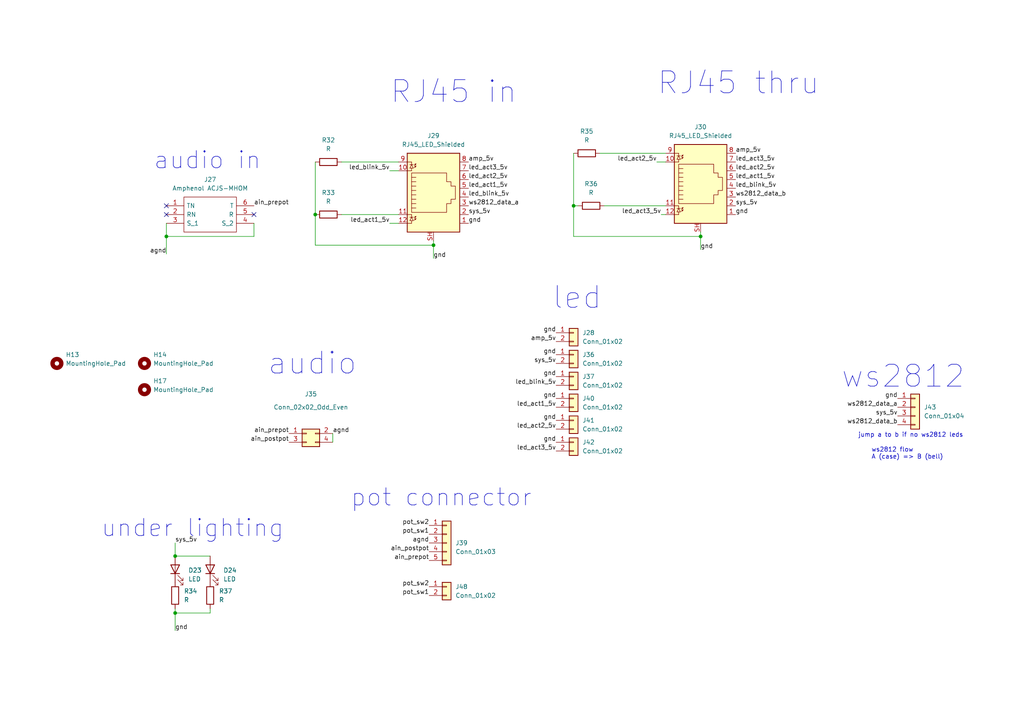
<source format=kicad_sch>
(kicad_sch (version 20211123) (generator eeschema)
  (paper "A4")
  (lib_symbols
    (symbol "Connector:RJ45_LED_Shielded" (pin_names (offset 1.016))
      (property "Reference" "J" (at -5.08 13.97 0))
      (property "Value" "RJ45_LED_Shielded" (at 1.27 13.97 0))
      (symbol "RJ45_LED_Shielded_0_1"
        (polyline (pts (xy -7.62 -7.62) (xy -6.35 -7.62)))
        (polyline (pts (xy -7.62 -5.08) (xy -6.35 -5.08)))
        (polyline (pts (xy -7.62 7.62) (xy -6.35 7.62)))
        (polyline (pts (xy -7.62 10.16) (xy -6.35 10.16)))
        (polyline (pts (xy -6.858 -5.842) (xy -5.842 -5.842)))
        (polyline (pts (xy -6.858 9.398) (xy -5.842 9.398)))
        (polyline (pts (xy -6.35 -7.62) (xy -6.35 -6.858)))
        (polyline (pts (xy -6.35 -5.08) (xy -6.35 -5.842)))
        (polyline (pts (xy -6.35 7.62) (xy -6.35 8.382)))
        (polyline (pts (xy -6.35 10.16) (xy -6.35 9.398)))
        (polyline (pts (xy -5.08 -6.223) (xy -5.207 -6.604)))
        (polyline (pts (xy -5.08 -5.588) (xy -5.207 -5.969)))
        (polyline (pts (xy -5.08 4.445) (xy -6.35 4.445)))
        (polyline (pts (xy -5.08 5.715) (xy -6.35 5.715)))
        (polyline (pts (xy -5.08 9.017) (xy -5.207 8.636)))
        (polyline (pts (xy -5.08 9.652) (xy -5.207 9.271)))
        (polyline (pts (xy -6.35 -3.175) (xy -5.08 -3.175) (xy -5.08 -3.175)))
        (polyline (pts (xy -6.35 -1.905) (xy -5.08 -1.905) (xy -5.08 -1.905)))
        (polyline (pts (xy -6.35 -0.635) (xy -5.08 -0.635) (xy -5.08 -0.635)))
        (polyline (pts (xy -6.35 0.635) (xy -5.08 0.635) (xy -5.08 0.635)))
        (polyline (pts (xy -6.35 1.905) (xy -5.08 1.905) (xy -5.08 1.905)))
        (polyline (pts (xy -5.588 -6.731) (xy -5.08 -6.223) (xy -5.461 -6.35)))
        (polyline (pts (xy -5.588 -6.096) (xy -5.08 -5.588) (xy -5.461 -5.715)))
        (polyline (pts (xy -5.588 8.509) (xy -5.08 9.017) (xy -5.461 8.89)))
        (polyline (pts (xy -5.588 9.144) (xy -5.08 9.652) (xy -5.461 9.525)))
        (polyline (pts (xy -5.08 3.175) (xy -6.35 3.175) (xy -6.35 3.175)))
        (polyline (pts (xy -6.35 -5.842) (xy -6.858 -6.858) (xy -5.842 -6.858) (xy -6.35 -5.842)))
        (polyline (pts (xy -6.35 9.398) (xy -6.858 8.382) (xy -5.842 8.382) (xy -6.35 9.398)))
        (polyline (pts (xy -6.35 -4.445) (xy -6.35 6.985) (xy 3.81 6.985) (xy 3.81 4.445) (xy 5.08 4.445) (xy 5.08 3.175) (xy 6.35 3.175) (xy 6.35 -0.635) (xy 5.08 -0.635) (xy 5.08 -1.905) (xy 3.81 -1.905) (xy 3.81 -4.445) (xy -6.35 -4.445) (xy -6.35 -4.445)))
        (rectangle (start 7.62 12.7) (end -7.62 -10.16) (stroke (width 0.254)) (fill (type background)))
      )
      (symbol "RJ45_LED_Shielded_1_1"
        (pin passive line (at 10.16 -7.62 180) (length 2.54) (name "~") (number "1"))
        (pin passive line (at -10.16 7.62 0) (length 2.54) (name "~") (number "10"))
        (pin passive line (at -10.16 -5.08 0) (length 2.54) (name "~") (number "11"))
        (pin passive line (at -10.16 -7.62 0) (length 2.54) (name "~") (number "12"))
        (pin passive line (at 10.16 -5.08 180) (length 2.54) (name "~") (number "2"))
        (pin passive line (at 10.16 -2.54 180) (length 2.54) (name "~") (number "3"))
        (pin passive line (at 10.16 0 180) (length 2.54) (name "~") (number "4"))
        (pin passive line (at 10.16 2.54 180) (length 2.54) (name "~") (number "5"))
        (pin passive line (at 10.16 5.08 180) (length 2.54) (name "~") (number "6"))
        (pin passive line (at 10.16 7.62 180) (length 2.54) (name "~") (number "7"))
        (pin passive line (at 10.16 10.16 180) (length 2.54) (name "~") (number "8"))
        (pin passive line (at -10.16 10.16 0) (length 2.54) (name "~") (number "9"))
        (pin passive line (at 0 -12.7 90) (length 2.54) (name "~") (number "SH"))
      )
    )
    (symbol "Connector_Generic:Conn_01x02" (pin_names (offset 1.016) hide)
      (property "Reference" "J" (at 0 2.54 0))
      (property "Value" "Conn_01x02" (at 0 -5.08 0))
      (symbol "Conn_01x02_1_1"
        (rectangle (start -1.27 -2.413) (end 0 -2.667) (stroke (width 0.1524)))
        (rectangle (start -1.27 0.127) (end 0 -0.127) (stroke (width 0.1524)))
        (rectangle (start -1.27 1.27) (end 1.27 -3.81) (stroke (width 0.254)) (fill (type background)))
        (pin passive line (at -5.08 0 0) (length 3.81) (name "Pin_1") (number "1"))
        (pin passive line (at -5.08 -2.54 0) (length 3.81) (name "Pin_2") (number "2"))
      )
    )
    (symbol "Connector_Generic:Conn_01x04" (pin_names (offset 1.016) hide)
      (property "Reference" "J" (at 0 5.08 0))
      (property "Value" "Conn_01x04" (at 0 -7.62 0))
      (symbol "Conn_01x04_1_1"
        (rectangle (start -1.27 -4.953) (end 0 -5.207) (stroke (width 0.1524)))
        (rectangle (start -1.27 -2.413) (end 0 -2.667) (stroke (width 0.1524)))
        (rectangle (start -1.27 0.127) (end 0 -0.127) (stroke (width 0.1524)))
        (rectangle (start -1.27 2.667) (end 0 2.413) (stroke (width 0.1524)))
        (rectangle (start -1.27 3.81) (end 1.27 -6.35) (stroke (width 0.254)) (fill (type background)))
        (pin passive line (at -5.08 2.54 0) (length 3.81) (name "Pin_1") (number "1"))
        (pin passive line (at -5.08 0 0) (length 3.81) (name "Pin_2") (number "2"))
        (pin passive line (at -5.08 -2.54 0) (length 3.81) (name "Pin_3") (number "3"))
        (pin passive line (at -5.08 -5.08 0) (length 3.81) (name "Pin_4") (number "4"))
      )
    )
    (symbol "Connector_Generic:Conn_01x05" (pin_names (offset 1.016) hide)
      (property "Reference" "J" (at 0 7.62 0))
      (property "Value" "Conn_01x05" (at 0 -7.62 0))
      (symbol "Conn_01x05_1_1"
        (rectangle (start -1.27 -4.953) (end 0 -5.207) (stroke (width 0.1524)))
        (rectangle (start -1.27 -2.413) (end 0 -2.667) (stroke (width 0.1524)))
        (rectangle (start -1.27 0.127) (end 0 -0.127) (stroke (width 0.1524)))
        (rectangle (start -1.27 2.667) (end 0 2.413) (stroke (width 0.1524)))
        (rectangle (start -1.27 5.207) (end 0 4.953) (stroke (width 0.1524)))
        (rectangle (start -1.27 6.35) (end 1.27 -6.35) (stroke (width 0.254)) (fill (type background)))
        (pin passive line (at -5.08 5.08 0) (length 3.81) (name "Pin_1") (number "1"))
        (pin passive line (at -5.08 2.54 0) (length 3.81) (name "Pin_2") (number "2"))
        (pin passive line (at -5.08 0 0) (length 3.81) (name "Pin_3") (number "3"))
        (pin passive line (at -5.08 -2.54 0) (length 3.81) (name "Pin_4") (number "4"))
        (pin passive line (at -5.08 -5.08 0) (length 3.81) (name "Pin_5") (number "5"))
      )
    )
    (symbol "Connector_Generic:Conn_02x02_Odd_Even" (pin_names (offset 1.016) hide)
      (property "Reference" "J" (at 1.27 2.54 0))
      (property "Value" "Conn_02x02_Odd_Even" (at 1.27 -5.08 0))
      (symbol "Conn_02x02_Odd_Even_1_1"
        (rectangle (start -1.27 -2.413) (end 0 -2.667) (stroke (width 0.1524)))
        (rectangle (start -1.27 0.127) (end 0 -0.127) (stroke (width 0.1524)))
        (rectangle (start -1.27 1.27) (end 3.81 -3.81) (stroke (width 0.254)) (fill (type background)))
        (rectangle (start 3.81 -2.413) (end 2.54 -2.667) (stroke (width 0.1524)))
        (rectangle (start 3.81 0.127) (end 2.54 -0.127) (stroke (width 0.1524)))
        (pin passive line (at -5.08 0 0) (length 3.81) (name "Pin_1") (number "1"))
        (pin passive line (at 7.62 0 180) (length 3.81) (name "Pin_2") (number "2"))
        (pin passive line (at -5.08 -2.54 0) (length 3.81) (name "Pin_3") (number "3"))
        (pin passive line (at 7.62 -2.54 180) (length 3.81) (name "Pin_4") (number "4"))
      )
    )
    (symbol "Device:LED" (pin_numbers hide) (pin_names (offset 1.016) hide)
      (property "Reference" "D" (at 0 2.54 0))
      (property "Value" "LED" (at 0 -2.54 0))
      (symbol "LED_0_1"
        (polyline (pts (xy -1.27 -1.27) (xy -1.27 1.27)) (stroke (width 0.254)))
        (polyline (pts (xy -1.27 0) (xy 1.27 0)))
        (polyline (pts (xy 1.27 -1.27) (xy 1.27 1.27) (xy -1.27 0) (xy 1.27 -1.27)) (stroke (width 0.254)))
        (polyline (pts (xy -3.048 -0.762) (xy -4.572 -2.286) (xy -3.81 -2.286) (xy -4.572 -2.286) (xy -4.572 -1.524)))
        (polyline (pts (xy -1.778 -0.762) (xy -3.302 -2.286) (xy -2.54 -2.286) (xy -3.302 -2.286) (xy -3.302 -1.524)))
      )
      (symbol "LED_1_1"
        (pin passive line (at -3.81 0 0) (length 2.54) (name "K") (number "1"))
        (pin passive line (at 3.81 0 180) (length 2.54) (name "A") (number "2"))
      )
    )
    (symbol "Device:NetTie_2" (pin_numbers hide) (pin_names (offset 0) hide)
      (property "Reference" "NT" (at 0 1.27 0))
      (property "Value" "NetTie_2" (at 0 -1.27 0))
      (symbol "NetTie_2_0_1"
        (polyline (pts (xy -1.27 0) (xy 1.27 0)) (stroke (width 0.254)))
      )
      (symbol "NetTie_2_1_1"
        (pin passive line (at -2.54 0 0) (length 2.54) (name "1") (number "1"))
        (pin passive line (at 2.54 0 180) (length 2.54) (name "2") (number "2"))
      )
    )
    (symbol "Device:R" (pin_numbers hide) (pin_names (offset 0))
      (property "Reference" "R" (at 2.032 0 90))
      (property "Value" "R" (at 0 0 90))
      (symbol "R_0_1"
        (rectangle (start -1.016 -2.54) (end 1.016 2.54) (stroke (width 0.254)))
      )
      (symbol "R_1_1"
        (pin passive line (at 0 3.81 270) (length 1.27) (name "~") (number "1"))
        (pin passive line (at 0 -3.81 90) (length 1.27) (name "~") (number "2"))
      )
    )
    (symbol "Mechanical:MountingHole" (pin_names (offset 1.016))
      (property "Reference" "H" (at 0 5.08 0))
      (property "Value" "MountingHole" (at 0 3.175 0))
      (symbol "MountingHole_0_1"
        (circle (center 0 0) (radius 1.27) (stroke (width 1.27)))
      )
    )
    (symbol "Regulator_Linear:LM7809_TO220" (pin_names (offset 0.254))
      (property "Reference" "U" (at -3.81 3.175 0))
      (property "Value" "LM7809_TO220" (at 0 3.175 0))
      (symbol "LM7809_TO220_0_1"
        (rectangle (start -5.08 1.905) (end 5.08 -5.08) (stroke (width 0.254)) (fill (type background)))
      )
      (symbol "LM7809_TO220_1_1"
        (pin power_in line (at -7.62 0 0) (length 2.54) (name "VI") (number "1"))
        (pin power_in line (at 0 -7.62 90) (length 2.54) (name "GND") (number "2"))
        (pin power_out line (at 7.62 0 180) (length 2.54) (name "VO") (number "3"))
      )
    )
    (symbol "clarinoid2:Amphenol ACJS-MHOM" (pin_names (offset 0.762))
      (property "Reference" "J" (at 21.59 7.62 0))
      (property "Value" "Amphenol ACJS-MHOM" (at 21.59 5.08 0))
      (symbol "Amphenol ACJS-MHOM_0_0"
        (pin passive line (at 0 0 0) (length 5.08) (name "TN") (number "1"))
        (pin passive line (at 0 -2.54 0) (length 5.08) (name "RN") (number "2"))
        (pin passive line (at 0 -5.08 0) (length 5.08) (name "S_1") (number "3"))
        (pin passive line (at 25.4 -5.08 180) (length 5.08) (name "S_2") (number "4"))
        (pin passive line (at 25.4 -2.54 180) (length 5.08) (name "R") (number "5"))
        (pin passive line (at 25.4 0 180) (length 5.08) (name "T") (number "6"))
      )
      (symbol "Amphenol ACJS-MHOM_0_1"
        (polyline (pts (xy 5.08 2.54) (xy 20.32 2.54) (xy 20.32 -7.62) (xy 5.08 -7.62) (xy 5.08 2.54)) (stroke (width 0.1524)))
      )
    )
    (symbol "clarinoid2:Barrel_Jack_MountingPin" (pin_names hide)
      (property "Reference" "J" (at 0 5.334 0))
      (property "Value" "Barrel_Jack_MountingPin" (at 1.27 -6.35 0))
      (symbol "Barrel_Jack_MountingPin_0_1"
        (rectangle (start -5.08 3.81) (end 5.08 -3.81) (stroke (width 0.254)) (fill (type background)))
        (arc (start -3.302 3.175) (mid -3.937 2.54) (end -3.302 1.905) (stroke (width 0.254)))
        (arc (start -3.302 3.175) (mid -3.937 2.54) (end -3.302 1.905) (stroke (width 0.254)) (fill (type outline)))
        (polyline (pts (xy 5.08 2.54) (xy 3.81 2.54)) (stroke (width 0.254)))
        (polyline (pts (xy -3.81 -2.54) (xy -2.54 -2.54) (xy -1.27 -1.27) (xy 0 -2.54) (xy 2.54 -2.54) (xy 5.08 -2.54)) (stroke (width 0.254)))
        (rectangle (start 3.683 3.175) (end -3.302 1.905) (stroke (width 0.254)) (fill (type outline)))
      )
      (symbol "Barrel_Jack_MountingPin_1_1"
        (polyline (pts (xy -1.016 -4.572) (xy 1.016 -4.572)) (stroke (width 0.1524)))
        (text "Mounting" (at 0 -4.191 0) (effects (font (size 0.381 0.381))))
        (pin passive line (at 7.62 2.54 180) (length 2.54) (name "~") (number "1"))
        (pin passive line (at 7.62 -2.54 180) (length 2.54) (name "~") (number "2"))
        (pin passive line (at 0 -7.62 90) (length 3.048) (name "MountPin") (number "3"))
      )
    )
    (symbol "power:PWR_FLAG" (power) (pin_numbers hide) (pin_names (offset 0) hide)
      (property "Value" "PWR_FLAG" (at 0 3.81 0))
      (symbol "PWR_FLAG_0_0"
        (pin power_out line (at 0 0 90) (length 0) (name "pwr") (number "1"))
      )
      (symbol "PWR_FLAG_0_1"
        (polyline (pts (xy 0 0) (xy 0 1.27) (xy -1.016 1.905) (xy 0 2.54) (xy 1.016 1.905) (xy 0 1.27)))
      )
    )
  )
  (junction (at 91.44 62.23))
  (junction (at 125.73 71.12))
  (junction (at 203.2 68.58))
  (junction (at 50.8 177.8))
  (junction (at 166.37 59.69))
  (junction (at 50.8 161.29))
  (junction (at 48.26 68.58))
  (no_connect (at 73.66 62.23))
  (no_connect (at 48.26 59.69))
  (no_connect (at 48.26 62.23))
  (no_connect (at 335.28 119.38))
  (wire (pts (xy 73.66 68.58) (xy 48.26 68.58)))
  (wire (pts (xy 203.2 72.39) (xy 203.2 68.58)))
  (wire (pts (xy 99.06 46.99) (xy 115.57 46.99)))
  (wire (pts (xy 48.26 73.66) (xy 48.26 68.58)))
  (wire (pts (xy 113.03 49.53) (xy 115.57 49.53)))
  (wire (pts (xy 50.8 182.88) (xy 50.8 177.8)))
  (wire (pts (xy 191.77 62.23) (xy 193.04 62.23)))
  (wire (pts (xy 173.99 44.45) (xy 193.04 44.45)))
  (wire (pts (xy 91.44 46.99) (xy 91.44 62.23)))
  (wire (pts (xy 166.37 59.69) (xy 167.64 59.69)))
  (wire (pts (xy 91.44 62.23) (xy 91.44 71.12)))
  (wire (pts (xy 203.2 68.58) (xy 203.2 67.31)))
  (wire (pts (xy 166.37 59.69) (xy 166.37 68.58)))
  (wire (pts (xy 166.37 68.58) (xy 203.2 68.58)))
  (wire (pts (xy 60.96 176.53) (xy 60.96 177.8)))
  (wire (pts (xy 50.8 177.8) (xy 50.8 176.53)))
  (wire (pts (xy 166.37 44.45) (xy 166.37 59.69)))
  (wire (pts (xy 96.52 125.73) (xy 96.52 128.27)))
  (wire (pts (xy 99.06 62.23) (xy 115.57 62.23)))
  (wire (pts (xy 125.73 71.12) (xy 125.73 69.85)))
  (wire (pts (xy 60.96 177.8) (xy 50.8 177.8)))
  (wire (pts (xy 50.8 157.48) (xy 50.8 161.29)))
  (wire (pts (xy 125.73 74.93) (xy 125.73 71.12)))
  (wire (pts (xy 335.28 114.3) (xy 335.28 111.76)))
  (wire (pts (xy 48.26 68.58) (xy 48.26 64.77)))
  (wire (pts (xy 190.5 46.99) (xy 193.04 46.99)))
  (wire (pts (xy 50.8 161.29) (xy 60.96 161.29)))
  (wire (pts (xy 113.03 64.77) (xy 115.57 64.77)))
  (wire (pts (xy 91.44 71.12) (xy 125.73 71.12)))
  (wire (pts (xy 73.66 64.77) (xy 73.66 68.58)))
  (wire (pts (xy 175.26 59.69) (xy 193.04 59.69)))
  (text "ws2812 flow\nA (case) => B (bell)" (at 252.73 133.35 0) (effects (font (size 1.27 1.27)) (justify left bottom)))
  (text "RJ45 in" (at 113.03 30.48 0) (effects (font (size 6.35 6.35)) (justify left bottom)))
  (text "under lighting" (at 29.21 156.21 0) (effects (font (size 5 5)) (justify left bottom)))
  (text "RJ45 thru" (at 190.5 27.94 0) (effects (font (size 6.35 6.35)) (justify left bottom)))
  (text "led" (at 160.02 90.17 0) (effects (font (size 6.35 6.35)) (justify left bottom)))
  (text "audio in" (at 44.45 49.53 0) (effects (font (size 5 5)) (justify left bottom)))
  (text "for relay;\ncontrol via amp_5v\nand relay output = amp_24v, does'nt appear on pcb." (at 354.33 74.93 0) (effects (font (size 1.27 1.27)) (justify left bottom)))
  (text "ws2812" (at 243.84 113.03 0) (effects (font (size 6.35 6.35)) (justify left bottom)))
  (text "pot connector" (at 101.6 147.32 0) (effects (font (size 5 5)) (justify left bottom)))
  (text "jump a to b if no ws2812 leds" (at 279.4 127 180) (effects (font (size 1.27 1.27)) (justify right bottom)))
  (text "power" (at 334.01 62.23 0) (effects (font (size 6.35 6.35)) (justify left bottom)))
  (text "audio" (at 77.47 109.22 0) (effects (font (size 6.35 6.35)) (justify left bottom)))
  (label "led_act3_5v" (at 161.29 130.81 180))
  (label "gnd" (at 161.29 128.27 180))
  (label "pot_sw1" (at 124.46 154.94 180))
  (label "led_act2_5v" (at 135.89 52.07 0))
  (label "pot_sw1" (at 124.46 172.72 180))
  (label "sys_5v" (at 260.35 120.65 180))
  (label "led_act2_5v" (at 213.36 49.53 0))
  (label "led_blink_5v" (at 213.36 54.61 0))
  (label "amp_9v" (at 327.66 124.46 180))
  (label "gnd" (at 323.85 64.77 180))
  (label "ain_prepot" (at 83.82 125.73 180))
  (label "gnd" (at 50.8 182.88 0))
  (label "pot_sw1" (at 365.76 95.25 180))
  (label "sys_5v" (at 50.8 157.48 0))
  (label "amp_9v" (at 323.85 87.63 180))
  (label "gnd" (at 161.29 121.92 180))
  (label "gnd" (at 323.85 71.12 180))
  (label "powerbank_5v" (at 323.85 67.31 180))
  (label "led_act1_5v" (at 135.89 54.61 0))
  (label "amp_5v" (at 213.36 44.45 0))
  (label "powerbank_5v" (at 370.84 88.9 0))
  (label "gnd" (at 327.66 129.54 180))
  (label "sys_5v" (at 135.89 62.23 0))
  (label "led_blink_5v" (at 161.29 111.76 180))
  (label "gnd" (at 161.29 96.52 180))
  (label "ws2812_data_b" (at 213.36 57.15 0))
  (label "gnd" (at 161.29 109.22 180))
  (label "led_act1_5v" (at 113.03 64.77 180))
  (label "gnd" (at 203.2 72.39 0))
  (label "gnd" (at 213.36 62.23 0))
  (label "amp_5v" (at 135.89 46.99 0))
  (label "powerbank_12v+" (at 323.85 73.66 180))
  (label "led_act3_5v" (at 135.89 49.53 0))
  (label "ws2812_data_b" (at 260.35 123.19 180))
  (label "led_act2_5v" (at 190.5 46.99 180))
  (label "pot_sw2" (at 124.46 152.4 180))
  (label "gnd" (at 125.73 74.93 0))
  (label "sys_5v" (at 213.36 59.69 0))
  (label "gnd" (at 161.29 102.87 180))
  (label "led_blink_5v" (at 135.89 57.15 0))
  (label "pot_sw2" (at 365.76 88.9 180))
  (label "ws2812_data_a" (at 135.89 59.69 0))
  (label "amp_5v" (at 370.84 95.25 0))
  (label "gnd" (at 323.85 78.74 180))
  (label "led_act1_5v" (at 161.29 118.11 180))
  (label "ws2812_data_a" (at 260.35 118.11 180))
  (label "gnd" (at 334.01 148.59 180))
  (label "led_act3_5v" (at 191.77 62.23 180))
  (label "amp_9v" (at 342.9 104.14 0))
  (label "amp_5v" (at 161.29 99.06 180))
  (label "gnd" (at 323.85 85.09 180))
  (label "ain_postpot" (at 83.82 128.27 180))
  (label "gnd" (at 260.35 115.57 180))
  (label "gnd" (at 335.28 114.3 0))
  (label "agnd" (at 124.46 157.48 180))
  (label "ain_postpot" (at 124.46 160.02 180))
  (label "agnd" (at 96.52 125.73 0))
  (label "powerbank_12v+" (at 327.66 104.14 180))
  (label "led_act2_5v" (at 161.29 124.46 180))
  (label "led_blink_5v" (at 113.03 49.53 180))
  (label "gnd" (at 135.89 64.77 0))
  (label "amp_5v" (at 323.85 81.28 180))
  (label "sys_5v" (at 161.29 105.41 180))
  (label "led_act3_5v" (at 213.36 46.99 0))
  (label "gnd" (at 161.29 115.57 180))
  (label "pot_sw2" (at 124.46 170.18 180))
  (label "agnd" (at 48.26 73.66 180))
  (label "led_act1_5v" (at 213.36 52.07 0))
  (label "powerbank_12v+" (at 334.01 146.05 180))
  (label "ain_prepot" (at 124.46 162.56 180))
  (label "ain_prepot" (at 73.66 59.69 0))
  (symbol (lib_id "Device:R") (at 171.45 59.69 90) (unit 1) (in_bom no)
    (property "Reference" "R36" (at 171.45 53.34 90))
    (property "Value" "R" (at 171.45 55.88 90))
    (property "Footprint" "Resistor_THT:R_Axial_DIN0207_L6.3mm_D2.5mm_P10.16mm_Horizontal" (effects hide))
  )
  (symbol (lib_id "Device:LED") (at 50.8 165.1 90) (unit 1) (in_bom no)
    (property "Reference" "D23" (at 54.61 165.4174 90) (effects (justify right)))
    (property "Value" "LED" (at 54.61 167.9574 90) (effects (justify right)))
    (property "Footprint" "clarinoid2:LED_D5.0mm_withbottomtext" (effects hide))
  )
  (symbol (lib_id "clarinoid2:Barrel_Jack_MountingPin") (at 335.28 127 180) (unit 1)
    (property "Reference" "J38" (at 341.63 125.3743 0) (effects (justify right)))
    (property "Value" "Barrel_Jack_MountingPin" (at 341.63 127.9143 0) (effects (justify right)))
    (property "Footprint" "Connector_BarrelJack:BarrelJack_GCT_DCJ200-10-A_Horizontal" (effects hide))
  )
  (symbol (lib_id "Connector_Generic:Conn_01x04") (at 265.43 118.11 0) (unit 1)
    (property "Reference" "J43" (at 267.97 118.1099 0) (effects (justify left)))
    (property "Value" "Conn_01x04" (at 267.97 120.6499 0) (effects (justify left)))
    (property "Footprint" "Connector_JST:JST_PH_B4B-PH-K_1x04_P2.00mm_Vertical" (effects hide))
  )
  (symbol (lib_id "Connector_Generic:Conn_01x05") (at 129.54 157.48 0) (unit 1)
    (property "Reference" "J39" (at 132.08 157.4799 0) (effects (justify left)))
    (property "Value" "Conn_01x03" (at 132.08 160.0199 0) (effects (justify left)))
    (property "Footprint" "Connector_JST:JST_PH_B5B-PH-K_1x05_P2.00mm_Vertical" (effects hide))
  )
  (symbol (lib_id "Connector:RJ45_LED_Shielded") (at 203.2 54.61 0) (unit 1)
    (property "Reference" "J30" (at 203.2 36.83 0))
    (property "Value" "RJ45_LED_Shielded" (at 203.2 39.37 0))
    (property "Footprint" "Connector_RJ:RJ45_Amphenol_RJHSE538X" (effects hide))
  )
  (symbol (lib_id "power:PWR_FLAG") (at 334.01 146.05 270) (unit 1)
    (property "Reference" "#FLG0111" (effects hide))
    (property "Value" "PWR_FLAG" (at 337.82 146.0499 90) (effects (justify left)))
  )
  (symbol (lib_id "clarinoid2:Amphenol ACJS-MHOM") (at 48.26 59.69 0) (unit 1) (in_bom no)
    (property "Reference" "J27" (at 60.96 52.07 0))
    (property "Value" "Amphenol ACJS-MHOM" (at 60.96 54.61 0))
    (property "Footprint" "SamacSys_Parts:ACJSMHOM" (effects hide))
    (property "Datasheet" "https://www.amphenol-sine.com/pdf/datasheet/ACJS-MHOM.pdf" (effects hide))
    (property "Description" "Phone Connectors 1/4\"HOR Snap-fit CHASSIS CONN" (effects hide))
    (property "Height" "12.7" (effects hide))
    (property "Mouser Part Number" "523-ACJS-MHOM" (effects hide))
    (property "Mouser Price/Stock" "https://www.mouser.co.uk/ProductDetail/Amphenol-Audio/ACJS-MHOM?qs=t8VhaDIDl4vZ9ROsgrVY0w%3D%3D" (effects hide))
    (property "Manufacturer_Name" "Amphenol" (effects hide))
    (property "Manufacturer_Part_Number" "ACJS-MHOM" (effects hide))
  )
  (symbol (lib_id "Connector_Generic:Conn_01x02") (at 166.37 121.92 0) (unit 1)
    (property "Reference" "J41" (at 168.91 121.9199 0) (effects (justify left)))
    (property "Value" "Conn_01x02" (at 168.91 124.4599 0) (effects (justify left)))
    (property "Footprint" "Connector_JST:JST_PH_B2B-PH-K_1x02_P2.00mm_Vertical" (effects hide))
  )
  (symbol (lib_id "Connector_Generic:Conn_01x02") (at 166.37 96.52 0) (unit 1)
    (property "Reference" "J28" (at 168.91 96.5199 0) (effects (justify left)))
    (property "Value" "Conn_01x02" (at 168.91 99.0599 0) (effects (justify left)))
    (property "Footprint" "Connector_JST:JST_PH_B2B-PH-K_1x02_P2.00mm_Vertical" (effects hide))
  )
  (symbol (lib_id "Device:R") (at 50.8 172.72 0) (unit 1) (in_bom no)
    (property "Reference" "R34" (at 53.34 171.4499 0) (effects (justify left)))
    (property "Value" "R" (at 53.34 173.9899 0) (effects (justify left)))
    (property "Footprint" "Resistor_THT:R_Axial_Power_L25.0mm_W9.0mm_P27.94mm" (effects hide))
  )
  (symbol (lib_id "Mechanical:MountingHole") (at 16.51 105.41 0) (unit 1)
    (property "Reference" "H13" (at 19.05 102.8699 0) (effects (justify left)))
    (property "Value" "MountingHole_Pad" (at 19.05 105.4099 0) (effects (justify left)))
    (property "Footprint" "MountingHole:MountingHole_3.2mm_M3" (effects hide))
  )
  (symbol (lib_id "Device:NetTie_2") (at 368.3 95.25 0) (unit 1)
    (property "Reference" "NT3" (at 368.3 90.17 0))
    (property "Value" "NetTie_2" (at 368.3 92.71 0))
    (property "Footprint" "clarinoid2:NetTie-2_SMD_Pad1.0mm" (effects hide))
  )
  (symbol (lib_id "Connector_Generic:Conn_01x02") (at 166.37 128.27 0) (unit 1)
    (property "Reference" "J42" (at 168.91 128.2699 0) (effects (justify left)))
    (property "Value" "Conn_01x02" (at 168.91 130.8099 0) (effects (justify left)))
    (property "Footprint" "Connector_JST:JST_PH_B2B-PH-K_1x02_P2.00mm_Vertical" (effects hide))
  )
  (symbol (lib_id "Connector_Generic:Conn_01x02") (at 328.93 71.12 0) (unit 1)
    (property "Reference" "J45" (at 331.47 71.1199 0) (effects (justify left)))
    (property "Value" "Conn_01x02" (at 331.47 73.6599 0) (effects (justify left)))
    (property "Footprint" "Connector_JST:JST_PH_B2B-PH-K_1x02_P2.00mm_Vertical" (effects hide))
  )
  (symbol (lib_id "Device:R") (at 170.18 44.45 90) (unit 1) (in_bom no)
    (property "Reference" "R35" (at 170.18 38.1 90))
    (property "Value" "R" (at 170.18 40.64 90))
    (property "Footprint" "Resistor_THT:R_Axial_DIN0207_L6.3mm_D2.5mm_P10.16mm_Horizontal" (effects hide))
  )
  (symbol (lib_id "Connector_Generic:Conn_02x02_Odd_Even") (at 88.9 125.73 0) (unit 1)
    (property "Reference" "J35" (at 90.17 114.3 0))
    (property "Value" "Conn_02x02_Odd_Even" (at 90.17 118.11 0))
    (property "Footprint" "Connector_PinHeader_2.54mm:PinHeader_2x02_P2.54mm_Vertical" (effects hide))
  )
  (symbol (lib_id "Device:R") (at 95.25 62.23 90) (unit 1) (in_bom no)
    (property "Reference" "R33" (at 95.25 55.88 90))
    (property "Value" "R" (at 95.25 58.42 90))
    (property "Footprint" "Resistor_THT:R_Axial_DIN0207_L6.3mm_D2.5mm_P10.16mm_Horizontal" (effects hide))
  )
  (symbol (lib_id "Connector_Generic:Conn_01x02") (at 328.93 78.74 0) (unit 1)
    (property "Reference" "J46" (at 331.47 78.7399 0) (effects (justify left)))
    (property "Value" "Conn_01x02" (at 331.47 81.2799 0) (effects (justify left)))
    (property "Footprint" "Connector_JST:JST_PH_B2B-PH-K_1x02_P2.00mm_Vertical" (effects hide))
  )
  (symbol (lib_id "Device:R") (at 95.25 46.99 90) (unit 1) (in_bom no)
    (property "Reference" "R32" (at 95.25 40.64 90))
    (property "Value" "R" (at 95.25 43.18 90))
    (property "Footprint" "Resistor_THT:R_Axial_DIN0207_L6.3mm_D2.5mm_P10.16mm_Horizontal" (effects hide))
  )
  (symbol (lib_id "Mechanical:MountingHole") (at 41.91 113.03 0) (unit 1)
    (property "Reference" "H17" (at 44.45 110.4899 0) (effects (justify left)))
    (property "Value" "MountingHole_Pad" (at 44.45 113.0299 0) (effects (justify left)))
    (property "Footprint" "MountingHole:MountingHole_3.2mm_M3" (effects hide))
  )
  (symbol (lib_id "Connector_Generic:Conn_01x02") (at 166.37 102.87 0) (unit 1)
    (property "Reference" "J36" (at 168.91 102.8699 0) (effects (justify left)))
    (property "Value" "Conn_01x02" (at 168.91 105.4099 0) (effects (justify left)))
    (property "Footprint" "Connector_JST:JST_PH_B2B-PH-K_1x02_P2.00mm_Vertical" (effects hide))
  )
  (symbol (lib_id "Mechanical:MountingHole") (at 41.91 105.41 0) (unit 1)
    (property "Reference" "H14" (at 44.45 102.8699 0) (effects (justify left)))
    (property "Value" "MountingHole_Pad" (at 44.45 105.4099 0) (effects (justify left)))
    (property "Footprint" "MountingHole:MountingHole_3.2mm_M3" (effects hide))
  )
  (symbol (lib_id "Connector_Generic:Conn_01x02") (at 166.37 115.57 0) (unit 1)
    (property "Reference" "J40" (at 168.91 115.5699 0) (effects (justify left)))
    (property "Value" "Conn_01x02" (at 168.91 118.1099 0) (effects (justify left)))
    (property "Footprint" "Connector_JST:JST_PH_B2B-PH-K_1x02_P2.00mm_Vertical" (effects hide))
  )
  (symbol (lib_id "power:PWR_FLAG") (at 334.01 148.59 270) (unit 1)
    (property "Reference" "#FLG0112" (effects hide))
    (property "Value" "PWR_FLAG" (at 337.82 148.5899 90) (effects (justify left)))
  )
  (symbol (lib_id "Connector:RJ45_LED_Shielded") (at 125.73 57.15 0) (unit 1)
    (property "Reference" "J29" (at 125.73 39.37 0))
    (property "Value" "RJ45_LED_Shielded" (at 125.73 41.91 0))
    (property "Footprint" "Connector_RJ:RJ45_Amphenol_RJHSE538X" (effects hide))
  )
  (symbol (lib_id "Connector_Generic:Conn_01x02") (at 129.54 170.18 0) (unit 1)
    (property "Reference" "J48" (at 132.08 170.1799 0) (effects (justify left)))
    (property "Value" "Conn_01x02" (at 132.08 172.7199 0) (effects (justify left)))
    (property "Footprint" "Connector_PinHeader_2.54mm:PinHeader_1x02_P2.54mm_Vertical" (effects hide))
  )
  (symbol (lib_id "Device:LED") (at 60.96 165.1 90) (unit 1) (in_bom no)
    (property "Reference" "D24" (at 64.77 165.4174 90) (effects (justify right)))
    (property "Value" "LED" (at 64.77 167.9574 90) (effects (justify right)))
    (property "Footprint" "clarinoid2:LED_D5.0mm_withbottomtext" (effects hide))
  )
  (symbol (lib_id "Connector_Generic:Conn_01x02") (at 328.93 64.77 0) (unit 1)
    (property "Reference" "J44" (at 331.47 64.7699 0) (effects (justify left)))
    (property "Value" "Conn_01x02" (at 331.47 67.3099 0) (effects (justify left)))
    (property "Footprint" "Connector_JST:JST_PH_B2B-PH-K_1x02_P2.00mm_Vertical" (effects hide))
  )
  (symbol (lib_id "Connector_Generic:Conn_01x02") (at 328.93 85.09 0) (unit 1)
    (property "Reference" "J47" (at 331.47 85.0899 0) (effects (justify left)))
    (property "Value" "Conn_01x02" (at 331.47 87.6299 0) (effects (justify left)))
    (property "Footprint" "Connector_JST:JST_PH_B2B-PH-K_1x02_P2.00mm_Vertical" (effects hide))
  )
  (symbol (lib_id "Device:R") (at 60.96 172.72 0) (unit 1) (in_bom no)
    (property "Reference" "R37" (at 63.5 171.4499 0) (effects (justify left)))
    (property "Value" "R" (at 63.5 173.9899 0) (effects (justify left)))
    (property "Footprint" "Resistor_THT:R_Axial_DIN0207_L6.3mm_D2.5mm_P10.16mm_Horizontal" (effects hide))
  )
  (symbol (lib_id "Connector_Generic:Conn_01x02") (at 166.37 109.22 0) (unit 1)
    (property "Reference" "J37" (at 168.91 109.2199 0) (effects (justify left)))
    (property "Value" "Conn_01x02" (at 168.91 111.7599 0) (effects (justify left)))
    (property "Footprint" "Connector_JST:JST_PH_B2B-PH-K_1x02_P2.00mm_Vertical" (effects hide))
  )
  (symbol (lib_id "Regulator_Linear:LM7809_TO220") (at 335.28 104.14 0) (unit 1) (in_bom no)
    (property "Reference" "U9" (at 335.28 96.52 0))
    (property "Value" "LM7809_TO220" (at 335.28 99.06 0))
    (property "Footprint" "Package_TO_SOT_THT:TO-220-3_Vertical" (effects hide))
    (property "Datasheet" "https://www.onsemi.cn/PowerSolutions/document/MC7800-D.PDF" (effects hide))
  )
  (symbol (lib_id "Device:NetTie_2") (at 368.3 88.9 0) (unit 1)
    (property "Reference" "NT2" (at 368.3 83.82 0))
    (property "Value" "NetTie_2" (at 368.3 86.36 0))
    (property "Footprint" "clarinoid2:NetTie-2_SMD_Pad1.0mm" (effects hide))
  )
)
</source>
